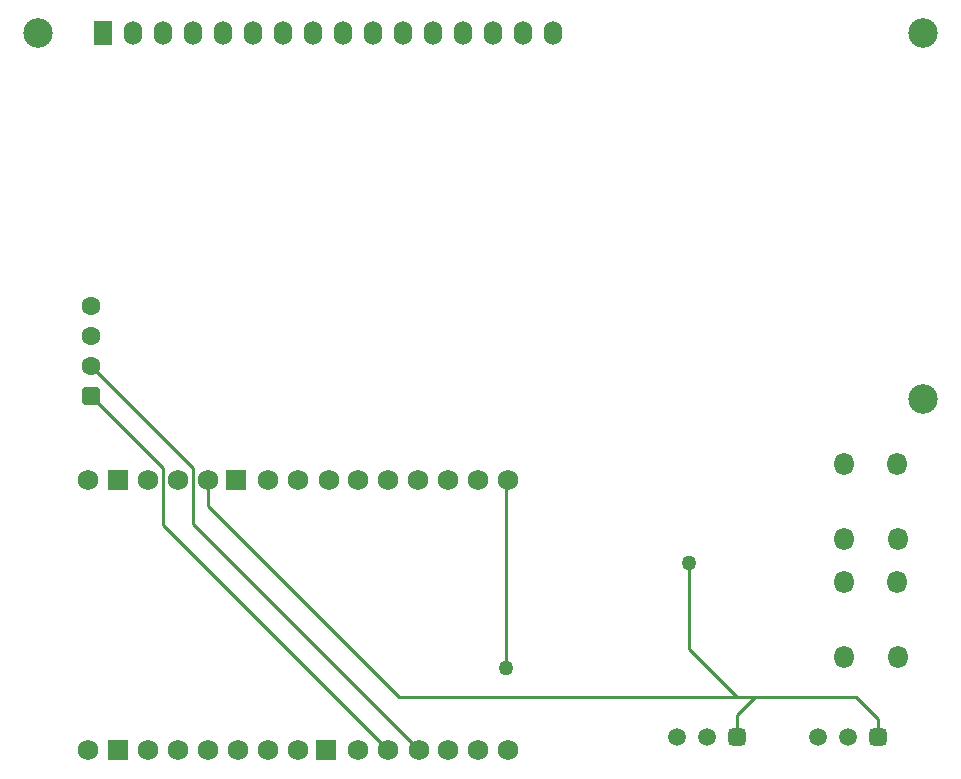
<source format=gbl>
G04*
G04 #@! TF.GenerationSoftware,Altium Limited,Altium Designer,21.3.2 (30)*
G04*
G04 Layer_Physical_Order=2*
G04 Layer_Color=16711680*
%FSTAX24Y24*%
%MOIN*%
G70*
G04*
G04 #@! TF.SameCoordinates,A37B9459-F8AB-407D-A7BE-2EDF921DF0BE*
G04*
G04*
G04 #@! TF.FilePolarity,Positive*
G04*
G01*
G75*
%ADD10C,0.0100*%
%ADD28O,0.0650X0.0750*%
G04:AMPARAMS|DCode=29|XSize=59.1mil|YSize=59.1mil|CornerRadius=14.8mil|HoleSize=0mil|Usage=FLASHONLY|Rotation=180.000|XOffset=0mil|YOffset=0mil|HoleType=Round|Shape=RoundedRectangle|*
%AMROUNDEDRECTD29*
21,1,0.0591,0.0295,0,0,180.0*
21,1,0.0295,0.0591,0,0,180.0*
1,1,0.0295,-0.0148,0.0148*
1,1,0.0295,0.0148,0.0148*
1,1,0.0295,0.0148,-0.0148*
1,1,0.0295,-0.0148,-0.0148*
%
%ADD29ROUNDEDRECTD29*%
%ADD30C,0.0591*%
%ADD31C,0.0690*%
%ADD32R,0.0690X0.0690*%
G04:AMPARAMS|DCode=33|XSize=63mil|YSize=63mil|CornerRadius=15.7mil|HoleSize=0mil|Usage=FLASHONLY|Rotation=90.000|XOffset=0mil|YOffset=0mil|HoleType=Round|Shape=RoundedRectangle|*
%AMROUNDEDRECTD33*
21,1,0.0630,0.0315,0,0,90.0*
21,1,0.0315,0.0630,0,0,90.0*
1,1,0.0315,0.0157,0.0157*
1,1,0.0315,0.0157,-0.0157*
1,1,0.0315,-0.0157,-0.0157*
1,1,0.0315,-0.0157,0.0157*
%
%ADD33ROUNDEDRECTD33*%
%ADD34C,0.0630*%
%ADD35C,0.0984*%
%ADD36O,0.0600X0.0800*%
%ADD37R,0.0600X0.0800*%
%ADD38C,0.0500*%
D10*
X0333Y02455D02*
Y03075D01*
X03335Y0308D01*
X0416Y023572D02*
X044978D01*
X041D02*
X0416D01*
X041Y02225D02*
Y022972D01*
X0416Y023572D01*
X02335Y02995D02*
X029728Y023572D01*
X0394Y025172D02*
Y02802D01*
X029728Y023572D02*
X041D01*
X044978D02*
X0457Y02285D01*
X0394Y025172D02*
X041Y023572D01*
X022855Y029345D02*
X0304Y0218D01*
X022855Y029345D02*
Y031195D01*
X021855Y029295D02*
Y031195D01*
Y029295D02*
X02935Y0218D01*
X02335Y02995D02*
Y0308D01*
X01945Y0346D02*
X022855Y031195D01*
X01945Y0336D02*
X021855Y031195D01*
X0457Y02225D02*
Y02285D01*
D28*
X04457Y02489D02*
D03*
X04635Y0249D02*
D03*
X04634Y0274D02*
D03*
X04457Y02739D02*
D03*
Y02884D02*
D03*
X04635Y02885D02*
D03*
X04634Y03135D02*
D03*
X04457Y03134D02*
D03*
D29*
X0457Y02225D02*
D03*
X041D02*
D03*
D30*
X0447D02*
D03*
X0437D02*
D03*
X04D02*
D03*
X039D02*
D03*
D31*
X02835Y0218D02*
D03*
X02935D02*
D03*
X0304D02*
D03*
X03135D02*
D03*
X03235D02*
D03*
X03335D02*
D03*
X02635D02*
D03*
X02535D02*
D03*
X02435D02*
D03*
X02135D02*
D03*
X02235D02*
D03*
X02335D02*
D03*
X01935D02*
D03*
X02835Y0308D02*
D03*
X02935D02*
D03*
X03035D02*
D03*
X03135D02*
D03*
X03235D02*
D03*
X03335D02*
D03*
X0274D02*
D03*
X02635D02*
D03*
X02535D02*
D03*
X02135D02*
D03*
X02235D02*
D03*
X02335D02*
D03*
X01935D02*
D03*
D32*
X0273Y0218D02*
D03*
X02035D02*
D03*
X0243Y0308D02*
D03*
X02035D02*
D03*
D33*
X01945Y0336D02*
D03*
D34*
Y0346D02*
D03*
Y0356D02*
D03*
Y0366D02*
D03*
D35*
X047212Y033495D02*
D03*
Y0457D02*
D03*
X017684D02*
D03*
D36*
X03485D02*
D03*
X03385D02*
D03*
X03285D02*
D03*
X03185D02*
D03*
X03085D02*
D03*
X02985D02*
D03*
X02885D02*
D03*
X02785D02*
D03*
X02685D02*
D03*
X02585D02*
D03*
X02485D02*
D03*
X02385D02*
D03*
X02285D02*
D03*
X02185D02*
D03*
X02085D02*
D03*
D37*
X01985D02*
D03*
D38*
X0333Y02455D02*
D03*
X0394Y02802D02*
D03*
M02*

</source>
